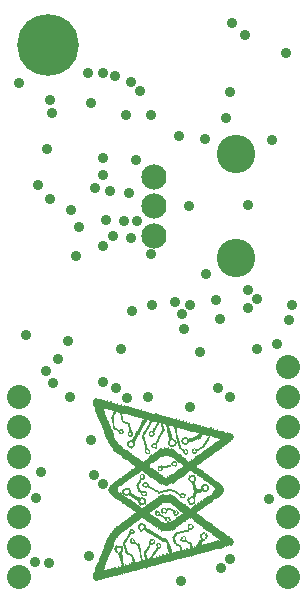
<source format=gbs>
G75*
%MOIN*%
%OFA0B0*%
%FSLAX25Y25*%
%IPPOS*%
%LPD*%
%AMOC8*
5,1,8,0,0,1.08239X$1,22.5*
%
%ADD10C,0.20600*%
%ADD11C,0.08000*%
%ADD12C,0.12800*%
%ADD13C,0.08400*%
%ADD14R,0.00300X0.01800*%
%ADD15R,0.00300X0.02700*%
%ADD16R,0.00300X0.03900*%
%ADD17R,0.00300X0.03600*%
%ADD18R,0.00300X0.04500*%
%ADD19R,0.00300X0.04800*%
%ADD20R,0.00300X0.05100*%
%ADD21R,0.00300X0.05400*%
%ADD22R,0.00300X0.06000*%
%ADD23R,0.00300X0.05700*%
%ADD24R,0.00300X0.06300*%
%ADD25R,0.00300X0.06600*%
%ADD26R,0.00300X0.07200*%
%ADD27R,0.00300X0.08100*%
%ADD28R,0.00300X0.08700*%
%ADD29R,0.00300X0.09300*%
%ADD30R,0.00300X0.09900*%
%ADD31R,0.00300X0.07500*%
%ADD32R,0.00300X0.03000*%
%ADD33R,0.00300X0.06900*%
%ADD34R,0.00300X0.00900*%
%ADD35R,0.00300X0.02100*%
%ADD36R,0.00300X0.00600*%
%ADD37R,0.00300X0.02400*%
%ADD38R,0.00300X0.04200*%
%ADD39R,0.00300X0.01200*%
%ADD40R,0.00300X0.01500*%
%ADD41R,0.00300X0.03300*%
%ADD42R,0.00300X0.00300*%
%ADD43R,0.00300X0.07800*%
%ADD44R,0.00300X0.09000*%
%ADD45C,0.03600*%
D10*
X0017400Y0216200D03*
D11*
X0008000Y0039000D03*
X0008000Y0049000D03*
X0008000Y0059000D03*
X0008000Y0069000D03*
X0008000Y0079000D03*
X0008000Y0089000D03*
X0008000Y0099000D03*
X0097600Y0099000D03*
X0097600Y0089000D03*
X0097600Y0079000D03*
X0097600Y0069000D03*
X0097600Y0059000D03*
X0097600Y0049000D03*
X0097600Y0039000D03*
X0097600Y0109000D03*
D12*
X0080300Y0145177D03*
X0080300Y0179823D03*
D13*
X0052741Y0172343D03*
X0052741Y0162500D03*
X0052741Y0152657D03*
D14*
X0032800Y0096950D03*
X0045100Y0087950D03*
X0045700Y0086450D03*
X0044500Y0083150D03*
X0049600Y0072050D03*
X0047500Y0069050D03*
X0050200Y0063950D03*
X0053800Y0060050D03*
X0055900Y0060950D03*
X0059800Y0060350D03*
X0064900Y0071750D03*
X0066100Y0065750D03*
X0068800Y0068150D03*
X0069100Y0068450D03*
X0067900Y0085550D03*
X0079300Y0085550D03*
X0079300Y0050450D03*
X0055600Y0075050D03*
X0045100Y0053750D03*
X0045400Y0050750D03*
X0042400Y0048050D03*
X0040300Y0048050D03*
X0032800Y0039050D03*
X0043000Y0067250D03*
X0052000Y0050450D03*
X0049900Y0046550D03*
D15*
X0048700Y0046400D03*
X0048400Y0047300D03*
X0048100Y0048500D03*
X0049600Y0043100D03*
X0049900Y0043100D03*
X0048700Y0042800D03*
X0048400Y0042800D03*
X0047800Y0042500D03*
X0047500Y0042500D03*
X0045400Y0041900D03*
X0045100Y0041900D03*
X0044500Y0041600D03*
X0044200Y0041600D03*
X0043900Y0041600D03*
X0043300Y0041300D03*
X0041800Y0041000D03*
X0041500Y0041000D03*
X0040900Y0040700D03*
X0040600Y0040700D03*
X0039700Y0040400D03*
X0039400Y0040400D03*
X0038500Y0040100D03*
X0038200Y0040100D03*
X0037300Y0039800D03*
X0037000Y0039800D03*
X0036400Y0039500D03*
X0033100Y0039200D03*
X0043600Y0048200D03*
X0045400Y0062900D03*
X0044500Y0063500D03*
X0043600Y0064100D03*
X0043300Y0064400D03*
X0042700Y0064700D03*
X0042400Y0065000D03*
X0041500Y0065600D03*
X0041200Y0065900D03*
X0041200Y0070100D03*
X0041500Y0070400D03*
X0042100Y0070700D03*
X0042400Y0071000D03*
X0042700Y0071300D03*
X0043000Y0071300D03*
X0043300Y0071600D03*
X0043600Y0071900D03*
X0043900Y0071900D03*
X0044200Y0072200D03*
X0044500Y0072500D03*
X0044800Y0072800D03*
X0045100Y0072800D03*
X0045400Y0073100D03*
X0045700Y0073400D03*
X0046000Y0073400D03*
X0046300Y0073700D03*
X0046600Y0074000D03*
X0044800Y0067100D03*
X0050200Y0083000D03*
X0052600Y0078200D03*
X0055900Y0080300D03*
X0056200Y0080300D03*
X0056800Y0080600D03*
X0057100Y0080600D03*
X0057400Y0080600D03*
X0057700Y0080600D03*
X0058300Y0080300D03*
X0058600Y0080300D03*
X0060400Y0079100D03*
X0062500Y0077600D03*
X0058000Y0071000D03*
X0057400Y0070700D03*
X0057100Y0070700D03*
X0056800Y0070700D03*
X0056500Y0071000D03*
X0056200Y0071000D03*
X0056500Y0065000D03*
X0056800Y0065000D03*
X0057100Y0065000D03*
X0057400Y0065000D03*
X0057700Y0065000D03*
X0058000Y0065000D03*
X0058000Y0055400D03*
X0057700Y0055400D03*
X0057400Y0055400D03*
X0057100Y0055400D03*
X0056800Y0055400D03*
X0056500Y0055400D03*
X0059800Y0045800D03*
X0060100Y0045800D03*
X0060400Y0045800D03*
X0061000Y0046100D03*
X0061300Y0046100D03*
X0061600Y0046100D03*
X0062500Y0046400D03*
X0062800Y0046400D03*
X0063400Y0046700D03*
X0063700Y0046700D03*
X0064600Y0047000D03*
X0064900Y0047000D03*
X0066100Y0047300D03*
X0066700Y0047600D03*
X0067000Y0047600D03*
X0069100Y0048200D03*
X0069400Y0048200D03*
X0070300Y0048500D03*
X0070600Y0048500D03*
X0071500Y0048800D03*
X0071800Y0048800D03*
X0072400Y0049100D03*
X0072700Y0049100D03*
X0073000Y0049100D03*
X0073600Y0049400D03*
X0073900Y0049400D03*
X0074800Y0049700D03*
X0078400Y0050600D03*
X0078700Y0050600D03*
X0071500Y0064700D03*
X0071800Y0065000D03*
X0072100Y0065000D03*
X0072400Y0065300D03*
X0072700Y0065600D03*
X0073300Y0069800D03*
X0072700Y0070400D03*
X0072400Y0070700D03*
X0071800Y0071000D03*
X0071500Y0071300D03*
X0071200Y0071600D03*
X0070600Y0071900D03*
X0070300Y0072200D03*
X0069700Y0072500D03*
X0069400Y0072800D03*
X0069100Y0073100D03*
X0068800Y0073100D03*
X0068500Y0073400D03*
X0068200Y0073700D03*
X0067900Y0074000D03*
X0067600Y0074000D03*
X0071200Y0064400D03*
X0070300Y0063800D03*
X0069400Y0063200D03*
X0069100Y0062900D03*
X0068200Y0062300D03*
X0067300Y0061700D03*
X0059200Y0045500D03*
X0058000Y0045200D03*
X0057700Y0045200D03*
X0056800Y0044900D03*
X0056500Y0044900D03*
X0055600Y0044600D03*
X0055300Y0044600D03*
X0054700Y0044300D03*
X0054400Y0044300D03*
X0054100Y0044300D03*
X0053500Y0044000D03*
X0053200Y0044000D03*
X0052900Y0044000D03*
X0051100Y0043400D03*
X0066400Y0088400D03*
X0066700Y0088400D03*
X0067000Y0088400D03*
X0067600Y0088100D03*
X0067900Y0088100D03*
X0069400Y0087800D03*
X0070000Y0087500D03*
X0070300Y0087500D03*
X0070900Y0087200D03*
X0071200Y0087200D03*
X0072400Y0086900D03*
X0072700Y0086900D03*
X0073300Y0086600D03*
X0073600Y0086600D03*
X0073900Y0086600D03*
X0074500Y0086300D03*
X0074800Y0086300D03*
X0078700Y0085400D03*
X0065800Y0088700D03*
X0065500Y0088700D03*
X0065200Y0088700D03*
X0064600Y0089000D03*
X0064300Y0089000D03*
X0063700Y0089300D03*
X0063400Y0089300D03*
X0063100Y0089300D03*
X0062500Y0089600D03*
X0062200Y0089600D03*
X0061900Y0089600D03*
X0061300Y0089900D03*
X0061000Y0089900D03*
X0060700Y0089900D03*
X0059500Y0090200D03*
X0059200Y0090500D03*
X0058900Y0090500D03*
X0058600Y0090500D03*
X0056500Y0091100D03*
X0056200Y0091100D03*
X0055300Y0091400D03*
X0055000Y0091400D03*
X0053200Y0092000D03*
X0052900Y0092000D03*
X0052600Y0092000D03*
X0051700Y0092300D03*
X0051400Y0092300D03*
X0051100Y0092600D03*
X0050800Y0092600D03*
X0049600Y0092900D03*
X0049300Y0092900D03*
X0048700Y0093200D03*
X0048400Y0093200D03*
X0048100Y0093200D03*
X0047500Y0093500D03*
X0047200Y0093500D03*
X0046900Y0093500D03*
X0046300Y0093800D03*
X0046000Y0093800D03*
X0045400Y0094100D03*
X0045100Y0094100D03*
X0044800Y0094100D03*
X0044200Y0094400D03*
X0043900Y0094400D03*
X0043600Y0094400D03*
X0043000Y0094700D03*
X0042700Y0094700D03*
X0042400Y0094700D03*
X0041500Y0095000D03*
X0041200Y0095000D03*
X0040600Y0095300D03*
X0039700Y0095600D03*
X0039400Y0095600D03*
X0039100Y0095600D03*
X0038200Y0095900D03*
X0037900Y0095900D03*
X0037300Y0096200D03*
X0037000Y0096200D03*
X0036700Y0096200D03*
X0033100Y0096800D03*
D16*
X0039400Y0091100D03*
X0040900Y0081800D03*
X0039100Y0068000D03*
X0040900Y0053900D03*
X0046600Y0042800D03*
X0048700Y0060200D03*
X0049600Y0060200D03*
X0048700Y0075800D03*
X0055600Y0090800D03*
X0054100Y0091100D03*
X0052000Y0091700D03*
X0065500Y0076100D03*
X0067000Y0067700D03*
X0064600Y0060200D03*
X0067900Y0048500D03*
X0062200Y0047000D03*
X0058900Y0046100D03*
X0077200Y0050900D03*
X0077500Y0085100D03*
X0033400Y0039500D03*
D17*
X0041200Y0054350D03*
X0041500Y0054650D03*
X0042700Y0055550D03*
X0044800Y0057050D03*
X0049000Y0060050D03*
X0052000Y0062150D03*
X0052900Y0062750D03*
X0053200Y0072950D03*
X0049600Y0075650D03*
X0046600Y0084350D03*
X0045100Y0078650D03*
X0042100Y0080750D03*
X0041800Y0081050D03*
X0041500Y0081350D03*
X0041200Y0081650D03*
X0038800Y0067850D03*
X0049300Y0043250D03*
X0052300Y0044150D03*
X0058000Y0048950D03*
X0065500Y0060050D03*
X0067600Y0058250D03*
X0068500Y0057650D03*
X0070900Y0055850D03*
X0068800Y0051650D03*
X0067600Y0048050D03*
X0074200Y0053450D03*
X0077500Y0050750D03*
X0077800Y0050750D03*
X0075400Y0067850D03*
X0069700Y0079250D03*
X0070600Y0079850D03*
X0070900Y0080150D03*
X0071800Y0080750D03*
X0072700Y0081350D03*
X0073000Y0081650D03*
X0073900Y0082250D03*
X0074200Y0082550D03*
X0071500Y0086750D03*
X0068800Y0087350D03*
X0068500Y0078350D03*
X0067600Y0077750D03*
X0065200Y0075950D03*
X0064600Y0075650D03*
X0061900Y0073550D03*
X0061600Y0073250D03*
X0058600Y0085850D03*
X0059800Y0089750D03*
X0054400Y0091250D03*
X0041800Y0094550D03*
X0033400Y0096350D03*
X0043000Y0041750D03*
X0077800Y0085250D03*
D18*
X0074800Y0068000D03*
X0068500Y0087200D03*
X0060100Y0089300D03*
X0049900Y0092000D03*
X0040000Y0083000D03*
X0050200Y0060200D03*
X0050500Y0044000D03*
X0064000Y0060200D03*
X0064300Y0060200D03*
X0068200Y0048800D03*
X0065500Y0047900D03*
X0033700Y0039800D03*
D19*
X0039700Y0052250D03*
X0040000Y0052850D03*
X0042700Y0042350D03*
X0046300Y0043250D03*
X0049000Y0043850D03*
X0048100Y0060050D03*
X0050200Y0075650D03*
X0050500Y0075650D03*
X0048100Y0075950D03*
X0039700Y0067850D03*
X0033700Y0096050D03*
X0061900Y0047150D03*
X0065200Y0048050D03*
X0068500Y0048950D03*
X0066100Y0060050D03*
X0064000Y0075650D03*
X0066100Y0075950D03*
X0066400Y0075950D03*
X0068200Y0087050D03*
X0076600Y0084950D03*
X0076600Y0051050D03*
D20*
X0076300Y0051200D03*
X0076000Y0051200D03*
X0074500Y0068000D03*
X0066400Y0059900D03*
X0063700Y0060200D03*
X0058600Y0046700D03*
X0050500Y0060200D03*
X0047800Y0060200D03*
X0047800Y0075800D03*
X0039700Y0083600D03*
X0042100Y0093800D03*
X0063700Y0075800D03*
X0076000Y0084800D03*
X0076300Y0084800D03*
X0034000Y0040100D03*
D21*
X0039400Y0051650D03*
X0040000Y0067850D03*
X0047500Y0060050D03*
X0047500Y0075950D03*
X0050800Y0075650D03*
X0057700Y0089450D03*
X0063400Y0075650D03*
X0066700Y0075950D03*
X0074200Y0067850D03*
X0066700Y0060050D03*
X0075700Y0084650D03*
X0039400Y0084050D03*
X0034000Y0095750D03*
D22*
X0038800Y0085250D03*
X0040600Y0067850D03*
X0047200Y0060050D03*
X0050200Y0044750D03*
X0063100Y0060050D03*
X0067000Y0060050D03*
X0063100Y0075650D03*
X0058300Y0085550D03*
X0051100Y0075650D03*
X0047200Y0075950D03*
X0034300Y0040550D03*
X0075100Y0051350D03*
X0075400Y0051350D03*
D23*
X0075700Y0051200D03*
X0073900Y0068000D03*
X0067000Y0076100D03*
X0063400Y0060200D03*
X0075400Y0084500D03*
X0051100Y0060200D03*
X0050800Y0060200D03*
X0040300Y0068000D03*
X0039100Y0084800D03*
X0034300Y0095300D03*
X0039100Y0051200D03*
D24*
X0038800Y0050600D03*
X0042100Y0046100D03*
X0034600Y0041000D03*
X0046900Y0075800D03*
X0051400Y0075800D03*
X0055900Y0089600D03*
X0067300Y0076100D03*
X0073600Y0068000D03*
X0075100Y0084500D03*
X0062800Y0060200D03*
X0058300Y0047000D03*
X0051400Y0060200D03*
D25*
X0042400Y0042950D03*
X0038500Y0050150D03*
X0040900Y0067850D03*
X0038500Y0085850D03*
X0038200Y0086450D03*
X0034600Y0094850D03*
X0058000Y0088850D03*
X0062800Y0075650D03*
D26*
X0037900Y0087050D03*
X0037300Y0088550D03*
X0037000Y0089150D03*
X0036700Y0090050D03*
X0036400Y0090650D03*
X0034900Y0094550D03*
X0037600Y0048050D03*
X0037300Y0047450D03*
X0037000Y0046550D03*
X0034900Y0041450D03*
D27*
X0035200Y0041900D03*
X0035200Y0094100D03*
D28*
X0035500Y0093800D03*
X0035500Y0042200D03*
D29*
X0035800Y0042800D03*
X0035800Y0093200D03*
D30*
X0036100Y0092900D03*
X0036100Y0043100D03*
D31*
X0036400Y0045200D03*
X0036700Y0045800D03*
D32*
X0037600Y0039950D03*
X0037900Y0039950D03*
X0038800Y0040250D03*
X0039100Y0040250D03*
X0040000Y0040550D03*
X0040300Y0040550D03*
X0041200Y0040850D03*
X0042100Y0041150D03*
X0043600Y0041450D03*
X0044800Y0041750D03*
X0045700Y0042050D03*
X0046000Y0042050D03*
X0046900Y0042350D03*
X0047200Y0042350D03*
X0048100Y0042650D03*
X0051400Y0043550D03*
X0051700Y0043550D03*
X0053800Y0044150D03*
X0055000Y0044450D03*
X0055900Y0044750D03*
X0056200Y0044750D03*
X0057100Y0045050D03*
X0057400Y0045050D03*
X0059500Y0045650D03*
X0060700Y0045950D03*
X0063100Y0046550D03*
X0064000Y0046850D03*
X0064300Y0046850D03*
X0066400Y0047450D03*
X0068800Y0048050D03*
X0069700Y0048350D03*
X0070000Y0048350D03*
X0070900Y0048650D03*
X0071200Y0048650D03*
X0072100Y0048950D03*
X0073300Y0049250D03*
X0074200Y0049550D03*
X0074500Y0049550D03*
X0078100Y0050750D03*
X0070600Y0063950D03*
X0070900Y0064250D03*
X0070000Y0063650D03*
X0069700Y0063350D03*
X0068800Y0062750D03*
X0068500Y0062450D03*
X0067900Y0062150D03*
X0067600Y0061850D03*
X0066100Y0069350D03*
X0062200Y0077750D03*
X0061900Y0078050D03*
X0061600Y0078350D03*
X0061300Y0078350D03*
X0061000Y0078650D03*
X0060700Y0078950D03*
X0060100Y0079250D03*
X0059800Y0079550D03*
X0059500Y0079850D03*
X0059200Y0079850D03*
X0058900Y0080150D03*
X0058000Y0080450D03*
X0056500Y0080450D03*
X0055600Y0080150D03*
X0055300Y0080150D03*
X0055000Y0079850D03*
X0054700Y0079550D03*
X0054400Y0079550D03*
X0054100Y0079250D03*
X0053800Y0078950D03*
X0053500Y0078950D03*
X0053200Y0078650D03*
X0052900Y0078350D03*
X0052300Y0078050D03*
X0052000Y0077750D03*
X0051700Y0077450D03*
X0049600Y0085550D03*
X0053500Y0091850D03*
X0053800Y0091850D03*
X0054700Y0091550D03*
X0056800Y0090950D03*
X0058300Y0090650D03*
X0060400Y0090050D03*
X0061600Y0089750D03*
X0062800Y0089450D03*
X0064000Y0089150D03*
X0064900Y0088850D03*
X0066100Y0088550D03*
X0067300Y0088250D03*
X0069100Y0087650D03*
X0069700Y0087650D03*
X0070600Y0087350D03*
X0071800Y0087050D03*
X0072100Y0087050D03*
X0073000Y0086750D03*
X0074200Y0086450D03*
X0078100Y0085250D03*
X0078400Y0085250D03*
X0075700Y0067850D03*
X0073300Y0066050D03*
X0073000Y0065750D03*
X0062500Y0058250D03*
X0061600Y0057650D03*
X0060700Y0057050D03*
X0060400Y0056750D03*
X0058900Y0055850D03*
X0058600Y0055550D03*
X0058300Y0055550D03*
X0056200Y0055550D03*
X0055900Y0055550D03*
X0055300Y0055850D03*
X0055000Y0056150D03*
X0054100Y0056750D03*
X0053200Y0057350D03*
X0052300Y0057950D03*
X0052000Y0058250D03*
X0055900Y0064850D03*
X0056200Y0064850D03*
X0058300Y0064850D03*
X0058600Y0064850D03*
X0058900Y0064550D03*
X0060700Y0063350D03*
X0057700Y0070850D03*
X0058300Y0071150D03*
X0058600Y0071150D03*
X0058900Y0071450D03*
X0055900Y0071150D03*
X0046900Y0061850D03*
X0046600Y0062150D03*
X0046300Y0062150D03*
X0046000Y0062450D03*
X0045700Y0062750D03*
X0045100Y0063050D03*
X0044800Y0063350D03*
X0044200Y0063650D03*
X0043900Y0063950D03*
X0043000Y0064550D03*
X0042100Y0065150D03*
X0041800Y0065450D03*
X0038500Y0067850D03*
X0043300Y0049550D03*
X0036700Y0039650D03*
X0057700Y0049550D03*
X0049000Y0093050D03*
X0047800Y0093350D03*
X0046600Y0093650D03*
X0045700Y0093950D03*
X0044500Y0094250D03*
X0043300Y0094550D03*
X0040900Y0095150D03*
X0038800Y0095750D03*
X0038500Y0095750D03*
X0037600Y0096050D03*
X0036400Y0096350D03*
D33*
X0037600Y0087800D03*
X0038200Y0049400D03*
X0037900Y0048800D03*
D34*
X0041200Y0046700D03*
X0044800Y0046400D03*
X0045400Y0046100D03*
X0045700Y0045800D03*
X0047500Y0049700D03*
X0047200Y0050000D03*
X0046600Y0053900D03*
X0048400Y0054500D03*
X0049300Y0054500D03*
X0049600Y0054800D03*
X0049600Y0056300D03*
X0048400Y0056300D03*
X0049600Y0063200D03*
X0048400Y0064700D03*
X0048700Y0065000D03*
X0048400Y0067400D03*
X0051400Y0068900D03*
X0052000Y0068600D03*
X0052600Y0068300D03*
X0053500Y0067700D03*
X0054100Y0067400D03*
X0056200Y0067400D03*
X0057400Y0067700D03*
X0058300Y0068000D03*
X0058600Y0068000D03*
X0058900Y0068000D03*
X0059200Y0067700D03*
X0059800Y0067400D03*
X0060400Y0067100D03*
X0061000Y0066800D03*
X0061300Y0066500D03*
X0061600Y0066200D03*
X0059200Y0061100D03*
X0057700Y0061400D03*
X0056200Y0059000D03*
X0056500Y0058700D03*
X0055600Y0059300D03*
X0053800Y0049400D03*
X0054400Y0048500D03*
X0060400Y0050000D03*
X0060700Y0049700D03*
X0061000Y0049700D03*
X0061300Y0049400D03*
X0061600Y0049100D03*
X0061600Y0053600D03*
X0062800Y0053900D03*
X0063700Y0054200D03*
X0064000Y0054200D03*
X0064900Y0054800D03*
X0066100Y0055700D03*
X0064300Y0050600D03*
X0064600Y0050300D03*
X0064900Y0050300D03*
X0069100Y0053300D03*
X0070300Y0053000D03*
X0070900Y0052400D03*
X0070300Y0051800D03*
X0069400Y0051200D03*
X0066100Y0063500D03*
X0064900Y0065000D03*
X0065200Y0065300D03*
X0065800Y0065600D03*
X0064300Y0064400D03*
X0065500Y0070700D03*
X0065200Y0071000D03*
X0064600Y0071600D03*
X0065200Y0072200D03*
X0066400Y0072500D03*
X0069700Y0069500D03*
X0069400Y0069200D03*
X0070600Y0069500D03*
X0070600Y0067700D03*
X0067600Y0081200D03*
X0068200Y0081500D03*
X0068500Y0081800D03*
X0069100Y0082100D03*
X0064000Y0083300D03*
X0063100Y0083300D03*
X0062800Y0083600D03*
X0062200Y0084200D03*
X0062800Y0084800D03*
X0064000Y0085100D03*
X0062200Y0081500D03*
X0060400Y0083600D03*
X0059800Y0084200D03*
X0059200Y0084800D03*
X0059800Y0083000D03*
X0058600Y0082700D03*
X0058900Y0076400D03*
X0056200Y0075500D03*
X0053500Y0083300D03*
X0052300Y0082400D03*
X0050800Y0081500D03*
X0051700Y0080600D03*
X0053200Y0086600D03*
X0045400Y0087500D03*
X0045700Y0084200D03*
X0044800Y0083900D03*
X0045100Y0082100D03*
X0045700Y0082100D03*
X0043000Y0087200D03*
X0043900Y0090200D03*
X0043300Y0090500D03*
X0042700Y0091100D03*
X0040600Y0088100D03*
X0040900Y0087800D03*
X0048700Y0071300D03*
X0044500Y0066500D03*
X0043900Y0066200D03*
X0043300Y0066500D03*
X0043300Y0068000D03*
X0043900Y0068300D03*
X0037900Y0068000D03*
D35*
X0038200Y0068000D03*
X0045100Y0066800D03*
X0047800Y0064700D03*
X0049900Y0064100D03*
X0049900Y0055400D03*
X0050200Y0055100D03*
X0048100Y0055400D03*
X0047800Y0049100D03*
X0046000Y0045200D03*
X0043900Y0047600D03*
X0041500Y0046100D03*
X0044800Y0053300D03*
X0051700Y0050000D03*
X0057400Y0050300D03*
X0059500Y0051500D03*
X0064600Y0064400D03*
X0067300Y0067400D03*
X0070900Y0068600D03*
X0070600Y0052400D03*
X0060100Y0083600D03*
X0058900Y0085400D03*
X0062500Y0084200D03*
X0064300Y0084200D03*
X0056200Y0088100D03*
X0050500Y0082100D03*
X0048400Y0088100D03*
X0048700Y0088700D03*
X0047800Y0087200D03*
X0047500Y0086600D03*
X0049600Y0090200D03*
X0042400Y0091700D03*
X0079000Y0085400D03*
D36*
X0079600Y0085550D03*
X0069400Y0082250D03*
X0068800Y0081950D03*
X0067900Y0081350D03*
X0067000Y0081350D03*
X0066100Y0081350D03*
X0066100Y0080150D03*
X0066400Y0080150D03*
X0066700Y0080150D03*
X0067000Y0080150D03*
X0064000Y0079850D03*
X0063700Y0079850D03*
X0063400Y0079850D03*
X0064000Y0081050D03*
X0062500Y0081350D03*
X0063400Y0083150D03*
X0063700Y0083150D03*
X0063700Y0085250D03*
X0063400Y0085250D03*
X0063100Y0085250D03*
X0060100Y0077150D03*
X0059800Y0077150D03*
X0059500Y0077150D03*
X0060700Y0076550D03*
X0060100Y0075950D03*
X0058600Y0075950D03*
X0058300Y0075950D03*
X0058000Y0075950D03*
X0057700Y0075950D03*
X0057400Y0075650D03*
X0057100Y0075650D03*
X0056800Y0075650D03*
X0056500Y0075650D03*
X0055300Y0075650D03*
X0055000Y0075650D03*
X0054700Y0075650D03*
X0054700Y0074450D03*
X0052900Y0068150D03*
X0053200Y0067850D03*
X0053800Y0067550D03*
X0054400Y0067250D03*
X0054700Y0066950D03*
X0055000Y0066950D03*
X0055300Y0067250D03*
X0055600Y0067250D03*
X0055900Y0067250D03*
X0056500Y0067550D03*
X0056800Y0067550D03*
X0057100Y0067550D03*
X0057700Y0067850D03*
X0058000Y0067850D03*
X0059500Y0067550D03*
X0060100Y0067250D03*
X0060700Y0066950D03*
X0062200Y0066650D03*
X0062500Y0066650D03*
X0062800Y0066650D03*
X0063400Y0066050D03*
X0062200Y0065450D03*
X0065500Y0065450D03*
X0065500Y0063350D03*
X0065800Y0063350D03*
X0065200Y0063350D03*
X0064900Y0056150D03*
X0065200Y0054950D03*
X0065500Y0054950D03*
X0064300Y0054350D03*
X0063400Y0054050D03*
X0063100Y0054050D03*
X0062500Y0053750D03*
X0062200Y0053750D03*
X0061900Y0053750D03*
X0061300Y0053450D03*
X0061000Y0053450D03*
X0060700Y0053450D03*
X0061900Y0051350D03*
X0062500Y0050750D03*
X0062800Y0050750D03*
X0063100Y0050750D03*
X0064000Y0050750D03*
X0062500Y0051950D03*
X0060700Y0059450D03*
X0060400Y0059450D03*
X0060100Y0059450D03*
X0059500Y0060050D03*
X0060100Y0060650D03*
X0059500Y0060950D03*
X0058900Y0061250D03*
X0058600Y0061550D03*
X0058300Y0061550D03*
X0058000Y0061550D03*
X0057400Y0061250D03*
X0056800Y0061550D03*
X0056800Y0060350D03*
X0055900Y0059150D03*
X0055300Y0059450D03*
X0054700Y0059450D03*
X0054700Y0060650D03*
X0054400Y0060650D03*
X0054100Y0060650D03*
X0057400Y0057350D03*
X0057700Y0057350D03*
X0058000Y0057350D03*
X0058600Y0057950D03*
X0058000Y0058550D03*
X0061300Y0060050D03*
X0055000Y0049850D03*
X0055000Y0048650D03*
X0054700Y0048650D03*
X0052900Y0050150D03*
X0052600Y0049850D03*
X0052300Y0049850D03*
X0052300Y0051350D03*
X0052600Y0051350D03*
X0049000Y0054350D03*
X0048700Y0054350D03*
X0048700Y0056450D03*
X0049000Y0056450D03*
X0049300Y0056450D03*
X0046300Y0051350D03*
X0046300Y0050150D03*
X0046000Y0050150D03*
X0045700Y0050150D03*
X0046900Y0050150D03*
X0046000Y0053450D03*
X0045400Y0053450D03*
X0045400Y0054650D03*
X0045700Y0054650D03*
X0046000Y0054650D03*
X0042700Y0048050D03*
X0041800Y0048950D03*
X0041500Y0048950D03*
X0041200Y0048950D03*
X0040900Y0048950D03*
X0040000Y0048050D03*
X0040900Y0047150D03*
X0044500Y0046550D03*
X0045100Y0046250D03*
X0048700Y0063050D03*
X0049000Y0063050D03*
X0049300Y0063050D03*
X0049600Y0064850D03*
X0049300Y0065150D03*
X0049000Y0065150D03*
X0049300Y0066050D03*
X0050200Y0066050D03*
X0050200Y0067250D03*
X0049900Y0067250D03*
X0049600Y0067250D03*
X0049300Y0067250D03*
X0048700Y0067250D03*
X0050200Y0068750D03*
X0050500Y0068750D03*
X0051700Y0068750D03*
X0052300Y0068450D03*
X0050500Y0070250D03*
X0050200Y0070250D03*
X0049900Y0070250D03*
X0049300Y0069650D03*
X0049300Y0071450D03*
X0049000Y0071450D03*
X0048700Y0072650D03*
X0050500Y0080150D03*
X0051100Y0081350D03*
X0053500Y0081950D03*
X0053200Y0083150D03*
X0052900Y0083150D03*
X0052600Y0085850D03*
X0052300Y0085850D03*
X0052000Y0085850D03*
X0051400Y0086450D03*
X0052000Y0087050D03*
X0052600Y0087350D03*
X0056500Y0087950D03*
X0059500Y0084650D03*
X0059500Y0082550D03*
X0059200Y0082550D03*
X0058900Y0082550D03*
X0065500Y0072650D03*
X0065800Y0072650D03*
X0066100Y0072650D03*
X0070000Y0069650D03*
X0070300Y0069650D03*
X0070300Y0067550D03*
X0070000Y0067550D03*
X0069700Y0067550D03*
X0069700Y0053450D03*
X0070000Y0053450D03*
X0069400Y0053450D03*
X0069700Y0051350D03*
X0070000Y0051350D03*
X0079600Y0050450D03*
X0046000Y0082250D03*
X0045400Y0081950D03*
X0044800Y0082250D03*
X0045100Y0084050D03*
X0045400Y0084050D03*
X0045400Y0085850D03*
X0045100Y0085850D03*
X0044800Y0085850D03*
X0044800Y0087050D03*
X0044200Y0090050D03*
X0043600Y0090350D03*
X0043000Y0090650D03*
X0042400Y0087950D03*
X0042100Y0087950D03*
X0041800Y0087950D03*
X0041200Y0087650D03*
X0041800Y0086750D03*
X0040300Y0088250D03*
X0038800Y0091850D03*
X0043600Y0068150D03*
X0044200Y0068150D03*
X0044500Y0068150D03*
X0044200Y0066350D03*
X0043600Y0066350D03*
D37*
X0041800Y0070550D03*
X0048100Y0064250D03*
X0048400Y0071450D03*
X0053800Y0082850D03*
X0052900Y0087050D03*
X0049900Y0084050D03*
X0048100Y0087650D03*
X0047200Y0086150D03*
X0046900Y0085550D03*
X0044800Y0088850D03*
X0049000Y0089150D03*
X0049300Y0089750D03*
X0039700Y0089450D03*
X0039100Y0091550D03*
X0040600Y0048050D03*
X0054100Y0048950D03*
X0064600Y0055250D03*
X0072100Y0070850D03*
X0073000Y0070250D03*
X0070900Y0071750D03*
X0070000Y0072350D03*
X0076000Y0067850D03*
X0079000Y0050450D03*
X0061600Y0082850D03*
X0061300Y0083750D03*
X0061000Y0084950D03*
X0060700Y0086150D03*
X0060400Y0087050D03*
D38*
X0057400Y0090050D03*
X0050200Y0092150D03*
X0048400Y0075950D03*
X0049900Y0075650D03*
X0049900Y0060350D03*
X0048400Y0060050D03*
X0052600Y0044450D03*
X0040300Y0053150D03*
X0040600Y0053750D03*
X0039400Y0067850D03*
X0040600Y0082250D03*
X0040300Y0082550D03*
X0040000Y0094850D03*
X0064300Y0075650D03*
X0065800Y0075950D03*
X0065800Y0060050D03*
X0075100Y0067850D03*
X0076900Y0084950D03*
X0077200Y0084950D03*
X0076900Y0051050D03*
D39*
X0069400Y0067850D03*
X0064900Y0063650D03*
X0060400Y0053150D03*
X0060100Y0052850D03*
X0060100Y0050450D03*
X0057100Y0050750D03*
X0056800Y0051050D03*
X0056500Y0051050D03*
X0056200Y0051350D03*
X0055900Y0051350D03*
X0055600Y0051650D03*
X0055000Y0051950D03*
X0054400Y0052250D03*
X0054100Y0052550D03*
X0053500Y0052850D03*
X0052900Y0053150D03*
X0052600Y0053450D03*
X0052300Y0053450D03*
X0052000Y0053750D03*
X0051400Y0054050D03*
X0051100Y0054350D03*
X0050800Y0054350D03*
X0050500Y0054650D03*
X0051400Y0049250D03*
X0051100Y0048650D03*
X0055300Y0049250D03*
X0056800Y0058250D03*
X0057100Y0060950D03*
X0055600Y0060950D03*
X0053500Y0060050D03*
X0050500Y0066650D03*
X0051100Y0069350D03*
X0049900Y0072050D03*
X0048100Y0067850D03*
X0046300Y0065750D03*
X0048400Y0063350D03*
X0044200Y0051950D03*
X0043900Y0051350D03*
X0045100Y0050750D03*
X0044200Y0046850D03*
X0043000Y0049850D03*
X0042700Y0067250D03*
X0050200Y0080750D03*
X0049900Y0086750D03*
X0050200Y0087350D03*
X0050500Y0087950D03*
X0051100Y0088850D03*
X0051400Y0089450D03*
X0053500Y0088550D03*
X0053200Y0087950D03*
X0053800Y0089150D03*
X0055600Y0086750D03*
X0055300Y0086150D03*
X0055000Y0085550D03*
X0054100Y0084050D03*
X0054400Y0075050D03*
X0055900Y0075050D03*
X0065800Y0080750D03*
X0067300Y0080750D03*
X0069700Y0082550D03*
X0070000Y0082850D03*
X0070300Y0083450D03*
X0071200Y0084950D03*
X0066700Y0084950D03*
X0066400Y0084950D03*
X0065800Y0084650D03*
X0065500Y0084650D03*
X0046000Y0086450D03*
X0044500Y0086450D03*
X0044200Y0083150D03*
X0039700Y0093050D03*
D40*
X0040000Y0088700D03*
X0041500Y0087200D03*
X0042700Y0087200D03*
X0044500Y0089600D03*
X0046000Y0084200D03*
X0049300Y0085700D03*
X0050800Y0088400D03*
X0051700Y0089900D03*
X0051700Y0086600D03*
X0054400Y0084500D03*
X0054700Y0085100D03*
X0052600Y0082400D03*
X0051400Y0080600D03*
X0048100Y0070400D03*
X0049600Y0069500D03*
X0050800Y0069500D03*
X0049000Y0066800D03*
X0047500Y0065000D03*
X0047200Y0065300D03*
X0046900Y0065300D03*
X0046600Y0065600D03*
X0046000Y0065900D03*
X0045700Y0066200D03*
X0045400Y0066200D03*
X0047800Y0055400D03*
X0046300Y0053900D03*
X0044500Y0052400D03*
X0043600Y0050900D03*
X0046600Y0050600D03*
X0050800Y0048200D03*
X0050500Y0047600D03*
X0052900Y0046400D03*
X0053200Y0047000D03*
X0053500Y0047300D03*
X0053800Y0047900D03*
X0053200Y0050600D03*
X0053800Y0052700D03*
X0053200Y0053000D03*
X0051700Y0053900D03*
X0054700Y0052100D03*
X0055300Y0051800D03*
X0057100Y0058100D03*
X0058300Y0058100D03*
X0061000Y0060200D03*
X0061900Y0065900D03*
X0063100Y0065900D03*
X0065800Y0070100D03*
X0067000Y0071600D03*
X0068200Y0067700D03*
X0068500Y0067700D03*
X0067900Y0067400D03*
X0067600Y0067400D03*
X0071200Y0068600D03*
X0076300Y0068000D03*
X0070600Y0083900D03*
X0070900Y0084500D03*
X0067600Y0085400D03*
X0067300Y0085100D03*
X0067000Y0085100D03*
X0066100Y0084800D03*
X0065200Y0084500D03*
X0064900Y0084500D03*
X0064600Y0084200D03*
X0064300Y0080600D03*
X0063100Y0080600D03*
X0062800Y0080900D03*
X0061900Y0082100D03*
X0058000Y0083600D03*
X0059200Y0076400D03*
X0060400Y0076400D03*
X0055000Y0059900D03*
X0062200Y0051500D03*
X0063400Y0051500D03*
X0063700Y0051200D03*
X0065800Y0055700D03*
X0068500Y0052400D03*
X0069100Y0051200D03*
D41*
X0067300Y0047900D03*
X0065800Y0047600D03*
X0070300Y0056300D03*
X0070000Y0056600D03*
X0069700Y0056600D03*
X0069400Y0056900D03*
X0069100Y0057200D03*
X0068800Y0057500D03*
X0068200Y0057800D03*
X0067900Y0058100D03*
X0067300Y0058400D03*
X0065200Y0059900D03*
X0064900Y0060200D03*
X0062500Y0062000D03*
X0062200Y0062300D03*
X0061900Y0062300D03*
X0061600Y0062600D03*
X0061300Y0062900D03*
X0061000Y0063200D03*
X0060400Y0063500D03*
X0060100Y0063800D03*
X0059800Y0064100D03*
X0059500Y0064100D03*
X0059200Y0064400D03*
X0062200Y0058100D03*
X0061900Y0057800D03*
X0061300Y0057500D03*
X0061000Y0057200D03*
X0060100Y0056600D03*
X0059800Y0056300D03*
X0059500Y0056300D03*
X0059200Y0056000D03*
X0059800Y0051500D03*
X0055600Y0055700D03*
X0054700Y0056300D03*
X0054400Y0056600D03*
X0053800Y0056900D03*
X0053500Y0057200D03*
X0052900Y0057500D03*
X0052600Y0057800D03*
X0051700Y0058400D03*
X0051700Y0062000D03*
X0052300Y0062300D03*
X0052600Y0062600D03*
X0053200Y0062900D03*
X0053500Y0063200D03*
X0053800Y0063500D03*
X0054100Y0063500D03*
X0054400Y0063800D03*
X0054700Y0064100D03*
X0055000Y0064100D03*
X0055300Y0064400D03*
X0055600Y0064700D03*
X0055600Y0071300D03*
X0055300Y0071600D03*
X0055000Y0071600D03*
X0054700Y0071900D03*
X0054400Y0072200D03*
X0054100Y0072200D03*
X0053800Y0072500D03*
X0053500Y0072800D03*
X0052900Y0073100D03*
X0052600Y0073400D03*
X0052300Y0073700D03*
X0052000Y0073700D03*
X0051700Y0074000D03*
X0049300Y0075800D03*
X0049000Y0075800D03*
X0046600Y0077600D03*
X0046300Y0077900D03*
X0046000Y0077900D03*
X0045700Y0078200D03*
X0045400Y0078500D03*
X0044800Y0078800D03*
X0044500Y0079100D03*
X0044200Y0079400D03*
X0043900Y0079400D03*
X0043600Y0079700D03*
X0043300Y0080000D03*
X0043000Y0080000D03*
X0042700Y0080300D03*
X0042400Y0080600D03*
X0046300Y0083900D03*
X0050500Y0092300D03*
X0052300Y0092000D03*
X0057100Y0090500D03*
X0064900Y0075800D03*
X0062500Y0074000D03*
X0062200Y0073700D03*
X0061300Y0073100D03*
X0061000Y0072800D03*
X0060700Y0072500D03*
X0060400Y0072500D03*
X0060100Y0072200D03*
X0059800Y0071900D03*
X0059500Y0071600D03*
X0059200Y0071600D03*
X0067900Y0077900D03*
X0068200Y0078200D03*
X0068800Y0078500D03*
X0069100Y0078800D03*
X0069400Y0079100D03*
X0070000Y0079400D03*
X0070300Y0079700D03*
X0071200Y0080300D03*
X0071500Y0080600D03*
X0072100Y0080900D03*
X0072400Y0081200D03*
X0073300Y0081800D03*
X0073600Y0082100D03*
X0074500Y0082700D03*
X0074800Y0083000D03*
X0070600Y0056000D03*
X0071200Y0055700D03*
X0071500Y0055400D03*
X0071800Y0055100D03*
X0072100Y0055100D03*
X0072400Y0054800D03*
X0072700Y0054500D03*
X0073000Y0054200D03*
X0073300Y0054200D03*
X0073600Y0053900D03*
X0073900Y0053600D03*
X0074500Y0053300D03*
X0074800Y0053000D03*
X0052000Y0044000D03*
X0050800Y0043700D03*
X0044200Y0056600D03*
X0044500Y0056900D03*
X0045100Y0057200D03*
X0045400Y0057500D03*
X0045700Y0057800D03*
X0046000Y0057800D03*
X0046300Y0058100D03*
X0046600Y0058400D03*
X0046900Y0058400D03*
X0049300Y0060200D03*
X0047800Y0068900D03*
X0043900Y0056300D03*
X0043600Y0056300D03*
X0043300Y0056000D03*
X0043000Y0055700D03*
X0042400Y0055400D03*
X0042100Y0055100D03*
X0041800Y0054800D03*
X0041800Y0045800D03*
X0040300Y0095000D03*
D42*
X0042100Y0086600D03*
X0042400Y0086600D03*
X0049000Y0072800D03*
X0049300Y0072800D03*
X0049900Y0068900D03*
X0049900Y0065900D03*
X0049600Y0065900D03*
X0047200Y0069200D03*
X0050800Y0080000D03*
X0051100Y0080000D03*
X0052900Y0081800D03*
X0053200Y0081800D03*
X0052300Y0087200D03*
X0055000Y0074300D03*
X0055300Y0074300D03*
X0059500Y0075800D03*
X0059800Y0075800D03*
X0063400Y0081200D03*
X0063700Y0081200D03*
X0066400Y0081500D03*
X0066700Y0081500D03*
X0062800Y0065300D03*
X0062500Y0065300D03*
X0060700Y0060800D03*
X0060400Y0060800D03*
X0057700Y0058700D03*
X0057400Y0058700D03*
X0056500Y0060200D03*
X0056200Y0060200D03*
X0056200Y0061700D03*
X0056500Y0061700D03*
X0054400Y0059300D03*
X0054100Y0059300D03*
X0052900Y0051200D03*
X0054400Y0050000D03*
X0054700Y0050000D03*
X0059200Y0051800D03*
X0062800Y0052100D03*
X0063100Y0052100D03*
X0065200Y0056300D03*
X0065500Y0056300D03*
X0045700Y0053300D03*
X0045700Y0051500D03*
X0046000Y0051500D03*
D43*
X0066400Y0067250D03*
D44*
X0066700Y0068150D03*
D45*
X0078300Y0045000D03*
X0075300Y0042000D03*
X0061800Y0037500D03*
X0035800Y0070000D03*
X0032800Y0073000D03*
X0031800Y0084500D03*
X0024800Y0099000D03*
X0019300Y0103500D03*
X0016800Y0107500D03*
X0020800Y0111600D03*
X0024300Y0117500D03*
X0035800Y0104000D03*
X0040300Y0102000D03*
X0043800Y0098500D03*
X0050800Y0098800D03*
X0042000Y0114900D03*
X0045500Y0127700D03*
X0052300Y0129500D03*
X0059800Y0130500D03*
X0062300Y0126500D03*
X0064800Y0129500D03*
X0063000Y0121400D03*
X0068300Y0114000D03*
X0074300Y0102000D03*
X0078300Y0099000D03*
X0087300Y0115000D03*
X0093800Y0116500D03*
X0097800Y0124500D03*
X0098800Y0129500D03*
X0087300Y0131500D03*
X0084300Y0128500D03*
X0084300Y0134500D03*
X0074800Y0125000D03*
X0073500Y0131200D03*
X0070300Y0140000D03*
X0064400Y0162700D03*
X0069800Y0185000D03*
X0076900Y0192000D03*
X0078300Y0200500D03*
X0083300Y0219500D03*
X0078800Y0223500D03*
X0092300Y0184500D03*
X0084300Y0163000D03*
X0061300Y0186000D03*
X0052000Y0193000D03*
X0048300Y0201000D03*
X0045300Y0204000D03*
X0043600Y0193000D03*
X0039800Y0206000D03*
X0035900Y0206800D03*
X0031800Y0197000D03*
X0030800Y0207000D03*
X0018300Y0198000D03*
X0018800Y0193500D03*
X0017300Y0181500D03*
X0014300Y0169500D03*
X0018300Y0165000D03*
X0025200Y0161300D03*
X0027800Y0155500D03*
X0026800Y0146000D03*
X0035800Y0149260D03*
X0039300Y0152500D03*
X0036800Y0158000D03*
X0038300Y0167500D03*
X0035800Y0173000D03*
X0035800Y0178500D03*
X0033300Y0168500D03*
X0042800Y0157500D03*
X0045300Y0152000D03*
X0047300Y0157500D03*
X0044500Y0166800D03*
X0046800Y0178000D03*
X0051800Y0146500D03*
X0064800Y0095500D03*
X0091300Y0065000D03*
X0031300Y0046000D03*
X0017800Y0043500D03*
X0013300Y0044000D03*
X0013500Y0065200D03*
X0015300Y0074000D03*
X0010300Y0119500D03*
X0007800Y0203500D03*
X0096800Y0213500D03*
M02*

</source>
